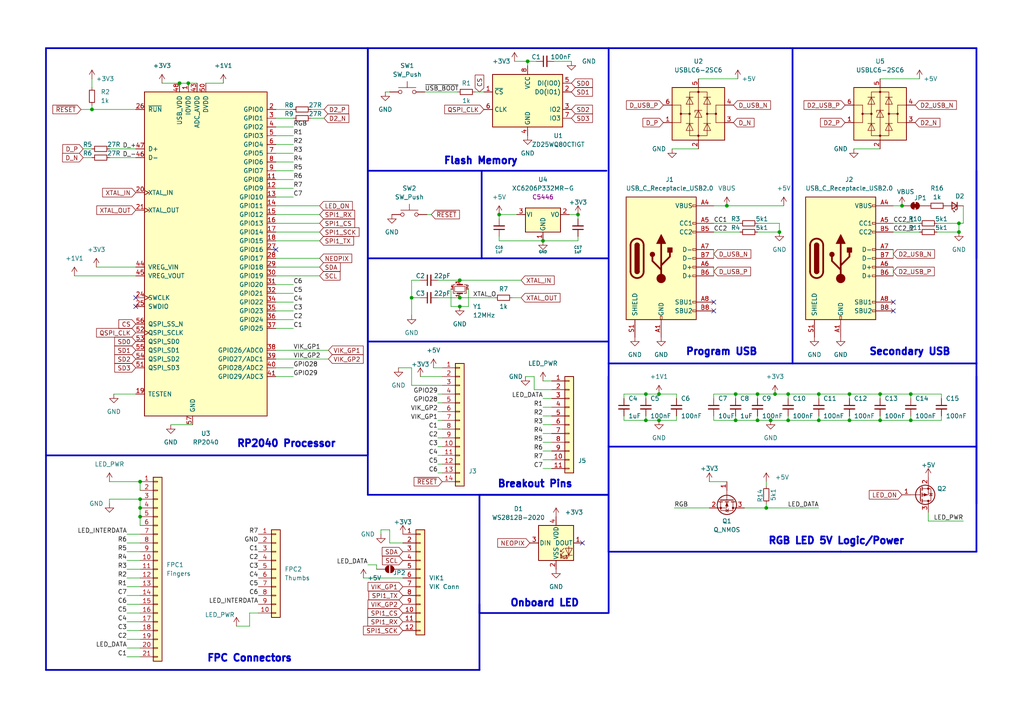
<source format=kicad_sch>
(kicad_sch (version 20250114) (generator "eeschema") (generator_version "9.0")
  (paper "A4")
  (title_block (title "Lemon PCB") (date "2025-07-25") (rev "0.4") (company "Cosmos Keyboards"))
  (rectangle (start 139.065 143.51) (end 176.53 177.8) (stroke (width 0.5)))
  (rectangle (start 13.335 13.97) (end 106.68 132.08) (stroke (width 0.5)))
  (text "FPC Connectors" (at 72.39 191.008 0) (effects (font (size 2.032 2.032) (thickness 0.508) (bold yes))))
  (text "Program USB" (at 209.296 102.108 0) (effects (font (size 2.032 2.032) (thickness 0.508) (bold yes))))
  (text "RP2040 Processor" (at 83.058 128.778 0) (effects (font (size 2.032 2.032) (thickness 0.508) (bold yes))))
  (text "Secondary USB" (at 263.906 102.108 0) (effects (font (size 2.032 2.032) (thickness 0.508) (bold yes))))
  (text "Breakout Pins" (at 155.194 140.462 0) (effects (font (size 2.032 2.032) (thickness 0.508) (bold yes))))
  (text "Onboard LED" (at 157.988 175.006 0) (effects (font (size 2.032 2.032) (thickness 0.508) (bold yes))))
  (text "Flash Memory" (at 139.446 46.736 0) (effects (font (size 2.032 2.032) (thickness 0.508) (bold yes))))
  (text "RGB LED 5V Logic/Power" (at 242.57 156.972 0) (effects (font (size 2.032 2.032) (thickness 0.508) (bold yes))))
  (junction (at 133.35 88.9))
  (junction (at 133.35 86.36))
  (junction (at 54.61 24.13))
  (junction (at 278.13 67.31))
  (junction (at 223.52 121.92))
  (junction (at 219.71 121.92))
  (junction (at 222.25 147.32))
  (junction (at 237.49 121.92))
  (junction (at 237.49 114.3))
  (junction (at 246.38 121.92))
  (junction (at 26.67 31.75))
  (junction (at 261.62 59.69))
  (junction (at 255.27 114.3))
  (junction (at 246.38 114.3))
  (junction (at 255.27 121.92))
  (junction (at 153.035 17.78))
  (junction (at 40.64 139.7))
  (junction (at 213.36 114.3))
  (junction (at 226.06 67.31))
  (junction (at 219.71 114.3))
  (junction (at 278.13 64.77))
  (junction (at 187.325 114.3))
  (junction (at 119.38 86.36))
  (junction (at 167.64 62.23) (diameter 0.9144))
  (junction (at 40.64 147.32))
  (junction (at 224.79 114.3))
  (junction (at 210.82 59.69))
  (junction (at 213.36 121.92))
  (junction (at 40.64 149.86))
  (junction (at 228.6 114.3))
  (junction (at 52.07 24.13))
  (junction (at 228.6 121.92))
  (junction (at 40.64 144.78))
  (junction (at 264.16 121.92))
  (junction (at 187.325 121.92))
  (junction (at 157.48 69.85) (diameter 0.9144))
  (junction (at 264.16 114.3))
  (junction (at 191.135 114.3))
  (junction (at 133.35 81.28))
  (junction (at 191.135 121.92))
  (junction (at 144.78 62.23) (diameter 0.9144))
  (no_connect (at 259.08 87.63))
  (no_connect (at 207.01 90.17))
  (no_connect (at 207.01 87.63))
  (no_connect (at 168.91 157.48))
  (no_connect (at 39.37 88.9))
  (no_connect (at 80.01 72.39))
  (no_connect (at 39.37 86.36))
  (no_connect (at 259.08 90.17))
  (wire (pts (xy 85.09 82.55) (xy 80.01 82.55)))
  (wire (pts (xy 157.48 118.11) (xy 160.02 118.11)))
  (wire (pts (xy 154.94 113.03) (xy 160.02 113.03)))
  (wire (pts (xy 110.49 153.67) (xy 113.03 153.67)))
  (wire (pts (xy 36.83 154.94) (xy 40.64 154.94)))
  (wire (pts (xy 228.6 114.3) (xy 237.49 114.3)))
  (wire (pts (xy 237.49 114.3) (xy 237.49 115.57)))
  (wire (pts (xy 24.13 45.72) (xy 26.67 45.72)))
  (polyline (pts (xy 176.53 13.97) (xy 229.235 13.97)) (stroke (width 0.5) (type solid)))
  (wire (pts (xy 80.01 80.01) (xy 92.71 80.01)))
  (wire (pts (xy 127 114.3) (xy 128.27 114.3)))
  (wire (pts (xy 127 86.36) (xy 133.35 86.36)))
  (wire (pts (xy 133.35 86.36) (xy 143.51 86.36)))
  (wire (pts (xy 148.59 86.36) (xy 151.13 86.36)))
  (wire (pts (xy 213.36 120.65) (xy 213.36 121.92)))
  (wire (pts (xy 68.58 181.61) (xy 72.39 181.61)))
  (polyline (pts (xy 106.68 143.51) (xy 106.68 99.06)) (stroke (width 0.5) (type solid)))
  (wire (pts (xy 259.08 67.31) (xy 266.7 67.31)))
  (wire (pts (xy 36.83 160.02) (xy 40.64 160.02)))
  (wire (pts (xy 127 124.46) (xy 128.27 124.46)))
  (wire (pts (xy 269.24 151.13) (xy 269.24 148.59)))
  (wire (pts (xy 255.27 22.86) (xy 266.7 22.86)))
  (wire (pts (xy 255.27 114.3) (xy 264.16 114.3)))
  (wire (pts (xy 264.16 114.3) (xy 264.16 115.57)))
  (wire (pts (xy 246.38 114.3) (xy 255.27 114.3)))
  (wire (pts (xy 237.49 114.3) (xy 246.38 114.3)))
  (wire (pts (xy 80.01 49.53) (xy 85.09 49.53)))
  (wire (pts (xy 119.38 86.36) (xy 119.38 91.44)))
  (wire (pts (xy 106.68 163.83) (xy 109.22 163.83)))
  (wire (pts (xy 157.48 133.35) (xy 160.02 133.35)))
  (wire (pts (xy 31.75 144.78) (xy 31.75 146.05)))
  (wire (pts (xy 205.74 139.7) (xy 210.82 139.7)))
  (wire (pts (xy 157.48 120.65) (xy 160.02 120.65)))
  (wire (pts (xy 85.09 106.68) (xy 80.01 106.68)))
  (wire (pts (xy 85.09 87.63) (xy 80.01 87.63)))
  (wire (pts (xy 127 132.08) (xy 128.27 132.08)))
  (polyline (pts (xy 243.84 160.02) (xy 176.53 160.02)) (stroke (width 0.5) (type solid)))
  (wire (pts (xy 36.83 165.1) (xy 40.64 165.1)))
  (wire (pts (xy 144.78 62.23) (xy 149.86 62.23)))
  (wire (pts (xy 247.65 43.18) (xy 255.27 43.18)))
  (wire (pts (xy 31.75 43.18) (xy 39.37 43.18)))
  (wire (pts (xy 157.48 125.73) (xy 160.02 125.73)))
  (wire (pts (xy 109.22 163.83) (xy 109.22 165.1)))
  (wire (pts (xy 127 119.38) (xy 128.27 119.38)))
  (wire (pts (xy 31.75 139.7) (xy 40.64 139.7)))
  (wire (pts (xy 113.03 153.67) (xy 113.03 157.48)))
  (wire (pts (xy 271.78 64.77) (xy 278.13 64.77)))
  (wire (pts (xy 36.83 162.56) (xy 40.64 162.56)))
  (wire (pts (xy 207.01 64.77) (xy 214.63 64.77)))
  (wire (pts (xy 36.83 167.64) (xy 40.64 167.64)))
  (wire (pts (xy 144.78 68.58) (xy 144.78 69.85)))
  (wire (pts (xy 115.57 106.68) (xy 119.38 106.68)))
  (polyline (pts (xy 283.21 146.05) (xy 283.21 105.41)) (stroke (width 0.5) (type solid)))
  (polyline (pts (xy 176.53 105.41) (xy 283.21 105.41)) (stroke (width 0.5) (type solid)))
  (wire (pts (xy 271.78 67.31) (xy 278.13 67.31)))
  (polyline (pts (xy 243.84 160.02) (xy 243.84 160.02)) (stroke (width 0.5) (type solid)))
  (wire (pts (xy 130.81 83.82) (xy 130.81 88.9)))
  (wire (pts (xy 130.81 88.9) (xy 133.35 88.9)))
  (wire (pts (xy 222.25 147.32) (xy 237.49 147.32)))
  (wire (pts (xy 36.83 170.18) (xy 40.64 170.18)))
  (wire (pts (xy 36.83 180.34) (xy 40.64 180.34)))
  (wire (pts (xy 59.69 24.13) (xy 64.77 24.13)))
  (wire (pts (xy 36.83 190.5) (xy 40.64 190.5)))
  (wire (pts (xy 85.09 109.22) (xy 80.01 109.22)))
  (wire (pts (xy 187.325 120.65) (xy 187.325 121.92)))
  (wire (pts (xy 24.13 43.18) (xy 26.67 43.18)))
  (polyline (pts (xy 283.21 49.53) (xy 283.21 105.41)) (stroke (width 0.5) (type solid)))
  (wire (pts (xy 269.24 151.13) (xy 279.4 151.13)))
  (wire (pts (xy 52.07 24.13) (xy 54.61 24.13)))
  (wire (pts (xy 46.99 24.13) (xy 52.07 24.13)))
  (wire (pts (xy 54.61 24.13) (xy 57.15 24.13)))
  (wire (pts (xy 207.01 114.3) (xy 213.36 114.3)))
  (wire (pts (xy 135.89 88.9) (xy 133.35 88.9)))
  (wire (pts (xy 135.89 83.82) (xy 135.89 88.9)))
  (wire (pts (xy 127 134.62) (xy 128.27 134.62)))
  (wire (pts (xy 278.13 64.77) (xy 278.13 67.31)))
  (wire (pts (xy 80.01 64.77) (xy 92.71 64.77)))
  (polyline (pts (xy 139.065 175.26) (xy 139.065 194.31)) (stroke (width 0.5)))
  (polyline (pts (xy 283.21 160.02) (xy 283.21 109.22)) (stroke (width 0.5) (type solid)))
  (wire (pts (xy 119.38 86.36) (xy 121.92 86.36)))
  (wire (pts (xy 121.92 81.28) (xy 119.38 81.28)))
  (wire (pts (xy 119.38 81.28) (xy 119.38 86.36)))
  (wire (pts (xy 219.71 64.77) (xy 226.06 64.77)))
  (wire (pts (xy 226.06 64.77) (xy 226.06 67.31)))
  (wire (pts (xy 90.17 34.29) (xy 93.98 34.29)))
  (wire (pts (xy 90.17 31.75) (xy 93.98 31.75)))
  (wire (pts (xy 80.01 36.83) (xy 85.09 36.83)))
  (wire (pts (xy 213.36 114.3) (xy 213.36 115.57)))
  (wire (pts (xy 127 116.84) (xy 128.27 116.84)))
  (wire (pts (xy 49.53 123.19) (xy 55.88 123.19)))
  (polyline (pts (xy 106.68 143.51) (xy 176.53 143.51)) (stroke (width 0.5) (type solid)))
  (wire (pts (xy 27.94 77.47) (xy 39.37 77.47)))
  (wire (pts (xy 80.01 41.91) (xy 85.09 41.91)))
  (wire (pts (xy 157.48 69.85) (xy 144.78 69.85)))
  (wire (pts (xy 36.83 177.8) (xy 40.64 177.8)))
  (wire (pts (xy 222.25 146.05) (xy 222.25 147.32)))
  (wire (pts (xy 33.02 114.3) (xy 39.37 114.3)))
  (wire (pts (xy 259.08 77.47) (xy 259.08 80.01)))
  (wire (pts (xy 279.4 59.69) (xy 279.4 64.77)))
  (wire (pts (xy 228.6 121.92) (xy 237.49 121.92)))
  (wire (pts (xy 237.49 121.92) (xy 237.49 120.65)))
  (wire (pts (xy 149.225 17.78) (xy 153.035 17.78)))
  (wire (pts (xy 259.08 64.77) (xy 266.7 64.77)))
  (wire (pts (xy 160.655 17.78) (xy 165.735 17.78)))
  (polyline (pts (xy 176.53 143.51) (xy 176.53 99.06)) (stroke (width 0.5) (type solid)))
  (wire (pts (xy 80.01 104.14) (xy 95.25 104.14)))
  (wire (pts (xy 119.38 111.76) (xy 128.27 111.76)))
  (wire (pts (xy 246.38 114.3) (xy 246.38 115.57)))
  (wire (pts (xy 85.09 90.17) (xy 80.01 90.17)))
  (wire (pts (xy 80.01 77.47) (xy 92.71 77.47)))
  (wire (pts (xy 152.4 109.22) (xy 154.94 109.22)))
  (wire (pts (xy 111.76 26.67) (xy 113.03 26.67)))
  (wire (pts (xy 125.73 106.68) (xy 128.27 106.68)))
  (wire (pts (xy 246.38 120.65) (xy 246.38 121.92)))
  (polyline (pts (xy 176.53 129.54) (xy 283.21 129.54)) (stroke (width 0.5) (type solid)))
  (polyline (pts (xy 139.7 74.93) (xy 139.7 49.53)) (stroke (width 0.5) (type solid)))
  (wire (pts (xy 219.71 120.65) (xy 219.71 121.92)))
  (wire (pts (xy 105.41 167.64) (xy 116.84 167.64)))
  (polyline (pts (xy 176.53 99.06) (xy 176.53 74.93)) (stroke (width 0.5) (type solid)))
  (wire (pts (xy 80.01 62.23) (xy 92.71 62.23)))
  (wire (pts (xy 191.135 121.92) (xy 196.215 121.92)))
  (wire (pts (xy 196.215 121.92) (xy 196.215 120.65)))
  (wire (pts (xy 264.16 114.3) (xy 273.05 114.3)))
  (wire (pts (xy 273.05 114.3) (xy 273.05 115.57)))
  (wire (pts (xy 259.08 72.39) (xy 259.08 74.93)))
  (wire (pts (xy 123.825 62.23) (xy 125.095 62.23)))
  (polyline (pts (xy 106.68 74.93) (xy 106.68 13.97)) (stroke (width 0.5) (type solid)))
  (wire (pts (xy 127 121.92) (xy 128.27 121.92)))
  (wire (pts (xy 80.01 31.75) (xy 85.09 31.75)))
  (wire (pts (xy 80.01 101.6) (xy 95.25 101.6)))
  (wire (pts (xy 80.01 39.37) (xy 85.09 39.37)))
  (wire (pts (xy 72.39 177.8) (xy 74.93 177.8)))
  (wire (pts (xy 40.64 144.78) (xy 40.64 147.32)))
  (polyline (pts (xy 106.68 99.06) (xy 176.53 99.06)) (stroke (width 0.5) (type solid)))
  (wire (pts (xy 167.64 62.23) (xy 167.64 63.5)))
  (wire (pts (xy 219.71 114.3) (xy 213.36 114.3)))
  (wire (pts (xy 219.71 114.3) (xy 219.71 115.57)))
  (wire (pts (xy 213.36 121.92) (xy 219.71 121.92)))
  (wire (pts (xy 121.92 109.22) (xy 128.27 109.22)))
  (polyline (pts (xy 106.68 99.06) (xy 106.68 74.93)) (stroke (width 0.5) (type solid)))
  (wire (pts (xy 195.58 147.32) (xy 205.74 147.32)))
  (polyline (pts (xy 13.335 132.08) (xy 13.335 194.31)) (stroke (width 0.5)))
  (wire (pts (xy 228.6 121.92) (xy 228.6 120.65)))
  (polyline (pts (xy 176.53 160.02) (xy 176.53 109.22)) (stroke (width 0.5) (type solid)))
  (wire (pts (xy 255.27 114.3) (xy 255.27 115.57)))
  (wire (pts (xy 259.08 59.69) (xy 261.62 59.69)))
  (wire (pts (xy 127 129.54) (xy 128.27 129.54)))
  (wire (pts (xy 228.6 114.3) (xy 228.6 115.57)))
  (polyline (pts (xy 243.84 160.02) (xy 283.21 160.02)) (stroke (width 0.5) (type solid)))
  (polyline (pts (xy 106.68 49.53) (xy 175.895 49.53)) (stroke (width 0.5) (type solid)))
  (wire (pts (xy 36.83 172.72) (xy 40.64 172.72)))
  (wire (pts (xy 153.035 17.78) (xy 153.035 19.05)))
  (wire (pts (xy 255.27 121.92) (xy 264.16 121.92)))
  (wire (pts (xy 246.38 121.92) (xy 255.27 121.92)))
  (wire (pts (xy 264.16 121.92) (xy 264.16 120.65)))
  (wire (pts (xy 237.49 121.92) (xy 246.38 121.92)))
  (wire (pts (xy 80.01 46.99) (xy 85.09 46.99)))
  (wire (pts (xy 207.01 72.39) (xy 207.01 74.93)))
  (wire (pts (xy 26.67 30.48) (xy 26.67 31.75)))
  (wire (pts (xy 191.135 114.3) (xy 196.215 114.3)))
  (wire (pts (xy 196.215 114.3) (xy 196.215 115.57)))
  (wire (pts (xy 222.25 139.7) (xy 222.25 140.97)))
  (wire (pts (xy 36.83 157.48) (xy 40.64 157.48)))
  (wire (pts (xy 255.27 120.65) (xy 255.27 121.92)))
  (wire (pts (xy 180.975 121.92) (xy 187.325 121.92)))
  (wire (pts (xy 180.975 120.65) (xy 180.975 121.92)))
  (wire (pts (xy 36.83 175.26) (xy 40.64 175.26)))
  (wire (pts (xy 119.38 106.68) (xy 119.38 111.76)))
  (wire (pts (xy 187.325 114.3) (xy 187.325 115.57)))
  (wire (pts (xy 39.37 80.01) (xy 21.59 80.01)))
  (wire (pts (xy 207.01 120.65) (xy 207.01 121.92)))
  (wire (pts (xy 207.01 121.92) (xy 213.36 121.92)))
  (wire (pts (xy 80.01 74.93) (xy 92.71 74.93)))
  (wire (pts (xy 167.64 68.58) (xy 167.64 69.85)))
  (wire (pts (xy 157.48 69.85) (xy 167.64 69.85)))
  (wire (pts (xy 80.01 67.31) (xy 92.71 67.31)))
  (wire (pts (xy 194.945 43.18) (xy 202.565 43.18)))
  (wire (pts (xy 207.01 77.47) (xy 207.01 80.01)))
  (polyline (pts (xy 106.68 130.81) (xy 106.68 129.54)))
  (wire (pts (xy 219.71 121.92) (xy 223.52 121.92)))
  (polyline (pts (xy 106.68 74.93) (xy 176.53 74.93)) (stroke (width 0.5) (type solid)))
  (wire (pts (xy 80.01 44.45) (xy 85.09 44.45)))
  (wire (pts (xy 215.9 147.32) (xy 222.25 147.32)))
  (wire (pts (xy 72.39 181.61) (xy 72.39 177.8)))
  (wire (pts (xy 273.05 121.92) (xy 273.05 120.65)))
  (wire (pts (xy 264.16 121.92) (xy 273.05 121.92)))
  (wire (pts (xy 207.01 59.69) (xy 210.82 59.69)))
  (wire (pts (xy 210.82 59.69) (xy 227.33 59.69)))
  (wire (pts (xy 80.01 69.85) (xy 92.71 69.85)))
  (polyline (pts (xy 229.87 13.97) (xy 229.87 105.41)) (stroke (width 0.5) (type solid)))
  (polyline (pts (xy 229.235 13.97) (xy 283.21 13.97)) (stroke (width 0.5) (type solid)))
  (polyline (pts (xy 283.21 74.93) (xy 283.21 13.97)) (stroke (width 0.5) (type solid)))
  (wire (pts (xy 113.03 157.48) (xy 116.84 157.48)))
  (wire (pts (xy 23.495 31.75) (xy 26.67 31.75)))
  (wire (pts (xy 26.67 31.75) (xy 39.37 31.75)))
  (wire (pts (xy 123.19 26.67) (xy 132.715 26.67)))
  (wire (pts (xy 137.795 26.67) (xy 140.335 26.67)))
  (wire (pts (xy 207.01 67.31) (xy 214.63 67.31)))
  (wire (pts (xy 157.48 128.27) (xy 160.02 128.27)))
  (wire (pts (xy 40.64 149.86) (xy 40.64 152.4)))
  (polyline (pts (xy 176.53 74.93) (xy 176.53 13.97)) (stroke (width 0.5) (type solid)))
  (wire (pts (xy 157.48 130.81) (xy 160.02 130.81)))
  (wire (pts (xy 153.035 17.78) (xy 155.575 17.78)))
  (wire (pts (xy 157.48 115.57) (xy 160.02 115.57)))
  (wire (pts (xy 127 127) (xy 128.27 127)))
  (wire (pts (xy 36.83 187.96) (xy 40.64 187.96)))
  (polyline (pts (xy 106.68 13.97) (xy 176.53 13.97)) (stroke (width 0.5) (type solid)))
  (wire (pts (xy 219.71 67.31) (xy 226.06 67.31)))
  (wire (pts (xy 40.64 139.7) (xy 40.64 142.24)))
  (wire (pts (xy 85.09 85.09) (xy 80.01 85.09)))
  (wire (pts (xy 144.78 62.23) (xy 144.78 63.5)))
  (wire (pts (xy 165.1 62.23) (xy 167.64 62.23)))
  (wire (pts (xy 157.48 123.19) (xy 160.02 123.19)))
  (wire (pts (xy 110.49 153.67) (xy 110.49 154.94)))
  (wire (pts (xy 31.75 144.78) (xy 40.64 144.78)))
  (wire (pts (xy 127 81.28) (xy 133.35 81.28)))
  (wire (pts (xy 80.01 57.15) (xy 85.09 57.15)))
  (polyline (pts (xy 139.065 194.31) (xy 13.335 194.31)) (stroke (width 0.5)))
  (wire (pts (xy 187.325 121.92) (xy 191.135 121.92)))
  (wire (pts (xy 187.325 114.3) (xy 180.975 114.3)))
  (wire (pts (xy 191.135 114.3) (xy 187.325 114.3)))
  (wire (pts (xy 180.975 114.3) (xy 180.975 115.57)))
  (wire (pts (xy 36.83 182.88) (xy 40.64 182.88)))
  (wire (pts (xy 80.01 34.29) (xy 85.09 34.29)))
  (wire (pts (xy 36.83 185.42) (xy 40.64 185.42)))
  (wire (pts (xy 85.09 95.25) (xy 80.01 95.25)))
  (wire (pts (xy 157.48 135.89) (xy 160.02 135.89)))
  (wire (pts (xy 207.01 115.57) (xy 207.01 114.3)))
  (wire (pts (xy 80.01 59.69) (xy 92.71 59.69)))
  (wire (pts (xy 219.71 114.3) (xy 224.79 114.3)))
  (wire (pts (xy 224.79 114.3) (xy 228.6 114.3)))
  (wire (pts (xy 80.01 54.61) (xy 85.09 54.61)))
  (wire (pts (xy 85.09 92.71) (xy 80.01 92.71)))
  (wire (pts (xy 223.52 121.92) (xy 228.6 121.92)))
  (wire (pts (xy 31.75 45.72) (xy 39.37 45.72)))
  (wire (pts (xy 154.94 109.22) (xy 154.94 113.03)))
  (wire (pts (xy 157.48 110.49) (xy 160.02 110.49)))
  (wire (pts (xy 133.35 81.28) (xy 151.13 81.28)))
  (wire (pts (xy 40.64 147.32) (xy 40.64 149.86)))
  (wire (pts (xy 279.4 64.77) (xy 278.13 64.77)))
  (wire (pts (xy 202.565 22.86) (xy 213.995 22.86)))
  (wire (pts (xy 80.01 52.07) (xy 85.09 52.07)))
  (wire (pts (xy 26.67 22.86) (xy 26.67 25.4)))
  (wire (pts (xy 127 137.16) (xy 128.27 137.16)))
  (label "GPIO28" (at 85.09 106.68 0))
  (label "C5" (at 127 134.62 180))
  (label "R6" (at 85.09 52.07 0))
  (label "R1" (at 157.48 118.11 180))
  (label "CC1" (at 207.01 64.77 0))
  (label "VIK_GP1" (at 127 121.92 180))
  (label "C1" (at 74.93 160.02 180))
  (label "R5" (at 85.09 49.53 0))
  (label "C6" (at 85.09 82.55 0))
  (label "R4" (at 36.83 162.56 180))
  (label "LED_DATA" (at 106.68 163.83 180))
  (label "C2" (at 127 127 180))
  (label "GPIO28" (at 127 116.84 180))
  (label "C3" (at 74.93 165.1 180))
  (label "C1" (at 85.09 95.25 0))
  (label "C3" (at 127 129.54 180))
  (label "C4" (at 127 132.08 180))
  (label "R4" (at 85.09 46.99 0))
  (label "C5" (at 74.93 170.18 180))
  (label "RGB" (at 85.09 36.83 0))
  (label "C7" (at 36.83 172.72 180))
  (label "R3" (at 85.09 44.45 0))
  (label "CC2_2" (at 259.08 67.31 0))
  (label "LED_PWR" (at 279.4 151.13 180))
  (label "LED_INTERDATA" (at 74.93 175.26 180))
  (label "C4" (at 36.83 180.34 180))
  (label "C4" (at 74.93 167.64 180))
  (label "LED_DATA" (at 157.48 115.57 180))
  (label "R5" (at 157.48 128.27 180))
  (label "C7" (at 157.48 135.89 180))
  (label "C6" (at 74.93 172.72 180))
  (label "LED_DATA" (at 237.49 147.32 180))
  (label "R1" (at 36.83 170.18 180))
  (label "C2" (at 74.93 162.56 180))
  (label "VIK_GP2" (at 127 119.38 180))
  (label "C6" (at 36.83 175.26 180))
  (label "XTAL_O" (at 137.16 86.36 0))
  (label "R2" (at 36.83 167.64 180))
  (label "R7" (at 85.09 54.61 0))
  (label "C1" (at 127 124.46 180))
  (label "CC2_1" (at 259.08 64.77 0))
  (label "GPIO29" (at 85.09 109.22 0))
  (label "R6" (at 157.48 130.81 180))
  (label "D_-" (at 35.56 45.72 0))
  (label "C5" (at 85.09 85.09 0))
  (label "R6" (at 36.83 157.48 180))
  (label "C6" (at 127 137.16 180))
  (label "R4" (at 157.48 125.73 180))
  (label "VIK_GP2" (at 85.09 104.14 0))
  (label "C4" (at 85.09 87.63 0))
  (label "R2" (at 157.48 120.65 180))
  (label "VIK_GP1" (at 85.09 101.6 0))
  (label "C7" (at 85.09 57.15 0))
  (label "CC2" (at 207.01 67.31 0))
  (label "D_+" (at 35.56 43.18 0))
  (label "RGB" (at 195.58 147.32 0))
  (label "R3" (at 36.83 165.1 180))
  (label "C3" (at 36.83 182.88 180))
  (label "GPIO29" (at 127 114.3 180))
  (label "R5" (at 36.83 160.02 180))
  (label "~{USB_BOOT}" (at 123.19 26.67 0))
  (label "C3" (at 85.09 90.17 0))
  (label "R2" (at 85.09 41.91 0))
  (label "LED_INTERDATA" (at 36.83 154.94 180))
  (label "C2" (at 85.09 92.71 0))
  (label "C1" (at 36.83 190.5 180))
  (label "GND" (at 74.93 157.48 180))
  (label "R7" (at 157.48 133.35 180))
  (label "LED_DATA" (at 36.83 187.96 180))
  (label "R7" (at 74.93 154.94 180))
  (label "R3" (at 157.48 123.19 180))
  (label "C2" (at 36.83 185.42 180))
  (label "C5" (at 36.83 177.8 180))
  (label "R1" (at 85.09 39.37 0))
  (global_label "SCL" (shape input) (at 116.84 162.56 180) (property "Intersheetrefs" "${INTERSHEET_REFS}" (effects (hide yes))))
  (global_label "SPI1_TX" (shape input) (at 116.84 172.72 180) (property "Intersheetrefs" "${INTERSHEET_REFS}" (effects (hide yes))))
  (global_label "SPI1_RX" (shape input) (at 116.84 180.34 180) (property "Intersheetrefs" "${INTERSHEET_REFS}" (effects (hide yes))))
  (global_label "SPI1_RX" (shape input) (at 92.71 62.23 0) (property "Intersheetrefs" "${INTERSHEET_REFS}" (effects (hide yes))))
  (global_label "D2_P" (shape input) (at 245.11 35.56 180) (property "Intersheetrefs" "${INTERSHEET_REFS}" (effects (hide yes))))
  (global_label "QSPI_CLK" (shape input) (at 140.335 31.75 180) (property "Intersheetrefs" "${INTERSHEET_REFS}" (effects (hide yes))))
  (global_label "SD0" (shape input) (at 39.37 99.06 180) (property "Intersheetrefs" "${INTERSHEET_REFS}" (effects (hide yes))))
  (global_label "XTAL_IN" (shape input) (at 39.37 55.88 180) (property "Intersheetrefs" "${INTERSHEET_REFS}" (effects (hide yes))))
  (global_label "D_P" (shape input) (at 24.13 43.18 180) (property "Intersheetrefs" "${INTERSHEET_REFS}" (effects (hide yes))))
  (global_label "VIK_GP2" (shape input) (at 95.25 104.14 0) (property "Intersheetrefs" "${INTERSHEET_REFS}" (effects (hide yes))))
  (global_label "LED_ON" (shape input) (at 261.62 143.51 180) (property "Intersheetrefs" "${INTERSHEET_REFS}" (effects (hide yes))))
  (global_label "SPI1_CS" (shape input) (at 92.71 64.77 0) (property "Intersheetrefs" "${INTERSHEET_REFS}" (effects (hide yes))))
  (global_label "VIK_GP1" (shape input) (at 116.84 170.18 180) (property "Intersheetrefs" "${INTERSHEET_REFS}" (effects (hide yes))))
  (global_label "NEOPIX" (shape input) (at 92.71 74.93 0) (property "Intersheetrefs" "${INTERSHEET_REFS}" (effects (hide yes))))
  (global_label "D2_USB_N" (shape input) (at 265.43 30.48 0) (property "Intersheetrefs" "${INTERSHEET_REFS}" (effects (hide yes))))
  (global_label "VIK_GP2" (shape input) (at 116.84 175.26 180) (property "Intersheetrefs" "${INTERSHEET_REFS}" (effects (hide yes))))
  (global_label "D_N" (shape input) (at 24.13 45.72 180) (property "Intersheetrefs" "${INTERSHEET_REFS}" (effects (hide yes))))
  (global_label "SCL" (shape input) (at 92.71 80.01 0) (property "Intersheetrefs" "${INTERSHEET_REFS}" (effects (hide yes))))
  (global_label "D_USB_N" (shape input) (at 212.725 30.48 0) (property "Intersheetrefs" "${INTERSHEET_REFS}" (effects (hide yes))))
  (global_label "XTAL_IN" (shape input) (at 151.13 81.28 0) (property "Intersheetrefs" "${INTERSHEET_REFS}" (effects (hide yes))))
  (global_label "XTAL_OUT" (shape input) (at 39.37 60.96 180) (property "Intersheetrefs" "${INTERSHEET_REFS}" (effects (hide yes))))
  (global_label "D2_P" (shape input) (at 93.98 31.75 0) (property "Intersheetrefs" "${INTERSHEET_REFS}" (effects (hide yes))))
  (global_label "D_USB_P" (shape input) (at 207.01 78.74 0) (property "Intersheetrefs" "${INTERSHEET_REFS}" (effects (hide yes))))
  (global_label "SD1" (shape input) (at 39.37 101.6 180) (property "Intersheetrefs" "${INTERSHEET_REFS}" (effects (hide yes))))
  (global_label "XTAL_OUT" (shape input) (at 151.13 86.36 0) (property "Intersheetrefs" "${INTERSHEET_REFS}" (effects (hide yes))))
  (global_label "SPI1_SCK" (shape input) (at 116.84 182.88 180) (property "Intersheetrefs" "${INTERSHEET_REFS}" (effects (hide yes))))
  (global_label "CS" (shape input) (at 139.065 26.67 90) (property "Intersheetrefs" "${INTERSHEET_REFS}" (effects (hide yes))))
  (global_label "LED_ON" (shape input) (at 92.71 59.69 0) (property "Intersheetrefs" "${INTERSHEET_REFS}" (effects (hide yes))))
  (global_label "D_N" (shape input) (at 212.725 35.56 0) (property "Intersheetrefs" "${INTERSHEET_REFS}" (effects (hide yes))))
  (global_label "D_P" (shape input) (at 192.405 35.56 180) (property "Intersheetrefs" "${INTERSHEET_REFS}" (effects (hide yes))))
  (global_label "CS" (shape input) (at 39.37 93.98 180) (property "Intersheetrefs" "${INTERSHEET_REFS}" (effects (hide yes))))
  (global_label "VIK_GP1" (shape input) (at 95.25 101.6 0) (property "Intersheetrefs" "${INTERSHEET_REFS}" (effects (hide yes))))
  (global_label "NEOPIX" (shape input) (at 153.67 157.48 180) (property "Intersheetrefs" "${INTERSHEET_REFS}" (effects (hide yes))))
  (global_label "D2_USB_P" (shape input) (at 245.11 30.48 180) (property "Intersheetrefs" "${INTERSHEET_REFS}" (effects (hide yes))))
  (global_label "D2_USB_N" (shape input) (at 259.08 73.66 0) (property "Intersheetrefs" "${INTERSHEET_REFS}" (effects (hide yes))))
  (global_label "SPI1_CS" (shape input) (at 116.84 177.8 180) (property "Intersheetrefs" "${INTERSHEET_REFS}" (effects (hide yes))))
  (global_label "SD1" (shape input) (at 165.735 26.67 0) (property "Intersheetrefs" "${INTERSHEET_REFS}" (effects (hide yes))))
  (global_label "D2_N" (shape input) (at 93.98 34.29 0) (property "Intersheetrefs" "${INTERSHEET_REFS}" (effects (hide yes))))
  (global_label "SD3" (shape input) (at 39.37 106.68 180) (property "Intersheetrefs" "${INTERSHEET_REFS}" (effects (hide yes))))
  (global_label "~{RESET}" (shape input) (at 128.27 139.7 180) (property "Intersheetrefs" "${INTERSHEET_REFS}" (effects (hide yes))))
  (global_label "SPI1_TX" (shape input) (at 92.71 69.85 0) (property "Intersheetrefs" "${INTERSHEET_REFS}" (effects (hide yes))))
  (global_label "~{RESET}" (shape input) (at 125.095 62.23 0) (property "Intersheetrefs" "${INTERSHEET_REFS}" (effects (hide yes))))
  (global_label "D_USB_P" (shape input) (at 192.405 30.48 180) (property "Intersheetrefs" "${INTERSHEET_REFS}" (effects (hide yes))))
  (global_label "D_USB_N" (shape input) (at 207.01 73.66 0) (property "Intersheetrefs" "${INTERSHEET_REFS}" (effects (hide yes))))
  (global_label "SPI1_SCK" (shape input) (at 92.71 67.31 0) (property "Intersheetrefs" "${INTERSHEET_REFS}" (effects (hide yes))))
  (global_label "QSPI_CLK" (shape input) (at 39.37 96.52 180) (property "Intersheetrefs" "${INTERSHEET_REFS}" (effects (hide yes))))
  (global_label "SD2" (shape input) (at 39.37 104.14 180) (property "Intersheetrefs" "${INTERSHEET_REFS}" (effects (hide yes))))
  (global_label "SD2" (shape input) (at 165.735 31.75 0) (property "Intersheetrefs" "${INTERSHEET_REFS}" (effects (hide yes))))
  (global_label "SDA" (shape input) (at 92.71 77.47 0) (property "Intersheetrefs" "${INTERSHEET_REFS}" (effects (hide yes))))
  (global_label "SDA" (shape input) (at 116.84 160.02 180) (property "Intersheetrefs" "${INTERSHEET_REFS}" (effects (hide yes))))
  (global_label "D2_N" (shape input) (at 265.43 35.56 0) (property "Intersheetrefs" "${INTERSHEET_REFS}" (effects (hide yes))))
  (global_label "SD3" (shape input) (at 165.735 34.29 0) (property "Intersheetrefs" "${INTERSHEET_REFS}" (effects (hide yes))))
  (global_label "SD0" (shape input) (at 165.735 24.13 0) (property "Intersheetrefs" "${INTERSHEET_REFS}" (effects (hide yes))))
  (global_label "~{RESET}" (shape input) (at 23.495 31.75 180) (property "Intersheetrefs" "${INTERSHEET_REFS}" (effects (hide yes))))
  (global_label "D2_USB_P" (shape input) (at 259.08 78.74 0) (property "Intersheetrefs" "${INTERSHEET_REFS}" (effects (hide yes))))
  (symbol (lib_id "Device:R_Small") (at 217.17 67.31 90) (unit 1)
    (property "Reference" "R4" (at 213.36 66.04 90))
    (property "Value" "5k1" (at 220.98 66.04 90))
    (property "Footprint" "Resistor_SMD:R_0402_1005Metric" (effects (hide yes)))
    (property "LCSC" "C25905" (effects (hide yes)))
  )
  (symbol (lib_id "power:VBUS") (at 210.82 59.69 0) (unit 1)
    (property "Reference" "#PWR08" (effects (hide yes)))
    (property "Value" "VBUS" (at 210.82 54.61 0))
  )
  (symbol (lib_id "Device:Q_NMOS_GSD") (at 210.82 144.78 270) (unit 1)
    (property "Reference" "Q1" (at 210.82 151.13 90))
    (property "Value" "Q_NMOS" (at 210.82 153.67 90))
    (property "Footprint" "Package_TO_SOT_SMD:SOT-23" (effects (hide yes)))
    (property "Description" "N-MOSFET transistor, gate/source/drain" (effects (hide yes)))
    (property "LCSC" "C8545" (effects (hide yes)))
  )
  (symbol (lib_id "Device:C_Small") (at 246.38 118.11 0) (unit 1)
    (property "Reference" "C12" (at 247.65 115.5699 0) (effects (justify left)))
    (property "Value" "100nF" (at 247.65 120.6499 0) (effects (justify left)))
    (property "Footprint" "Capacitor_SMD:C_0402_1005Metric" (effects (hide yes)))
    (property "LCSC" "C1525" (effects (hide yes)))
  )
  (symbol (lib_id "power:GND") (at 184.15 97.79 0) (unit 1)
    (property "Reference" "#PWR014" (effects (hide yes)))
    (property "Value" "GND" (at 184.15 102.87 0))
  )
  (symbol (lib_id "power:+5V") (at 31.75 139.7 0) (unit 1)
    (property "Reference" "#PWR044" (effects (hide yes)))
    (property "Value" "LED_PWR" (at 31.75 134.62 0))
  )
  (symbol (lib_id "power:+3V3") (at 149.225 17.78 0) (unit 1)
    (property "Reference" "#PWR01" (effects (hide yes)))
    (property "Value" "+3V3" (at 145.415 17.78 0))
  )
  (symbol (lib_id "power:+5V") (at 157.48 110.49 0) (unit 1)
    (property "Reference" "#PWR042" (effects (hide yes)))
    (property "Value" "LED_PWR" (at 157.48 105.41 0))
  )
  (symbol (lib_id "Device:R_Small") (at 222.25 143.51 180) (unit 1)
    (property "Reference" "R14" (at 220.472 143.764 90))
    (property "Value" "5k1" (at 224.282 143.51 90))
    (property "Footprint" "Resistor_SMD:R_0402_1005Metric" (effects (hide yes)))
    (property "LCSC" "C25905" (effects (hide yes)))
  )
  (symbol (lib_id "Sleep-lib:RP2040") (at 59.69 74.93 0) (unit 1)
    (property "Reference" "U3" (at 59.69 125.73 0))
    (property "Value" "RP2040" (at 59.69 128.27 0))
    (property "Footprint" "Sleep-Lib:RP2040-QFN-56" (effects (hide yes)))
    (property "Datasheet" "https://datasheets.raspberrypi.com/rp2040/rp2040-datasheet.pdf" (effects (hide yes)))
    (property "LCSC" "C2040" (effects (hide yes)))
  )
  (symbol (lib_id "power:GND") (at 161.29 165.1 0) (unit 1)
    (property "Reference" "#PWR040" (effects (hide yes)))
    (property "Value" "GND" (at 161.29 170.18 0))
  )
  (symbol (lib_id "power:+5V") (at 125.73 106.68 0) (unit 1)
    (property "Reference" "#PWR029" (effects (hide yes)))
    (property "Value" "+5V" (at 125.73 101.6 0))
  )
  (symbol (lib_id "Connector_Generic:Conn_01x12") (at 121.92 167.64 0) (unit 1)
    (property "Reference" "VIK1" (at 124.46 167.6399 0) (effects (justify left)))
    (property "Value" "VIK Conn" (at 124.46 170.1799 0) (effects (justify left)))
    (property "Description" "Generic connector, single row, 01x12, script generated (kicad-library-utils/schlib/autogen/connector/)" (effects (hide yes)))
    (property "LCSC" "C479750" (effects (hide yes)))
  )
  (symbol (lib_id "power:+5V") (at 227.33 59.69 0) (unit 1)
    (property "Reference" "#PWR09" (effects (hide yes)))
    (property "Value" "+5V" (at 227.33 54.61 0))
  )
  (symbol (lib_id "power:GND") (at 223.52 121.92 0) (unit 1)
    (property "Reference" "#PWR026" (effects (hide yes)))
    (property "Value" "GND" (at 223.52 127 0))
  )
  (symbol (lib_id "power:GND") (at 278.13 67.31 0) (unit 1)
    (property "Reference" "#PWR035" (effects (hide yes)))
    (property "Value" "GND" (at 278.13 72.39 0))
  )
  (symbol (lib_id "Device:C_Small") (at 207.01 118.11 0) (unit 1)
    (property "Reference" "C7" (at 208.28 115.5699 0) (effects (justify left)))
    (property "Value" "10uF" (at 208.28 120.6499 0) (effects (justify left)))
    (property "Footprint" "Capacitor_SMD:C_0402_1005Metric" (effects (hide yes)))
    (property "LCSC" "C15525" (effects (hide yes)))
  )
  (symbol (lib_id "power:GND") (at 115.57 106.68 0) (unit 1)
    (property "Reference" "#PWR028" (effects (hide yes)))
    (property "Value" "GND" (at 115.57 111.76 0))
  )
  (symbol (lib_id "Device:R_Small") (at 269.24 67.31 90) (unit 1)
    (property "Reference" "R11" (at 265.43 66.04 90))
    (property "Value" "5k1" (at 273.05 66.04 90))
    (property "Footprint" "Resistor_SMD:R_0402_1005Metric" (effects (hide yes)))
    (property "LCSC" "C25905" (effects (hide yes)))
  )
  (symbol (lib_id "power:GND") (at 110.49 154.94 0) (unit 1)
    (property "Reference" "#PWR045" (effects (hide yes)))
    (property "Value" "GND" (at 106.68 154.94 0))
  )
  (symbol (lib_id "power:GND") (at 133.35 88.9 0) (unit 1)
    (property "Reference" "#PWR013" (effects (hide yes)))
    (property "Value" "GND" (at 133.35 93.98 0))
  )
  (symbol (lib_id "power:VBUS") (at 261.62 59.69 0) (unit 1)
    (property "Reference" "#PWR034" (effects (hide yes)))
    (property "Value" "VBUS" (at 260.096 55.626 0) (effects (justify left)))
  )
  (symbol (lib_id "Power_Protection:USBLC6-2SC6") (at 255.27 33.02 0) (unit 1)
    (property "Reference" "U5" (at 255.27 17.78 0))
    (property "Value" "USBLC6-2SC6" (at 255.27 20.32 0))
    (property "Footprint" "Package_TO_SOT_SMD:SOT-23-6" (effects (hide yes)))
    (property "Datasheet" "https://www.st.com/resource/en/datasheet/usblc6-2.pdf" (effects (hide yes)))
    (property "LCSC" "C2827654" (effects (hide yes)))
  )
  (symbol (lib_id "Device:C_Small") (at 273.05 118.11 0) (unit 1)
    (property "Reference" "C15" (at 274.32 115.5699 0) (effects (justify left)))
    (property "Value" "100nF" (at 274.32 120.6499 0) (effects (justify left)))
    (property "Footprint" "Capacitor_SMD:C_0402_1005Metric" (effects (hide yes)))
    (property "LCSC" "C1525" (effects (hide yes)))
  )
  (symbol (lib_id "power:GND") (at 49.53 123.19 0) (unit 1)
    (property "Reference" "#PWR032" (effects (hide yes)))
    (property "Value" "GND" (at 49.53 128.27 0))
  )
  (symbol (lib_id "power:GND") (at 153.035 39.37 0) (unit 1)
    (property "Reference" "#PWR011" (effects (hide yes)))
    (property "Value" "GND" (at 153.035 44.45 0))
  )
  (symbol (lib_id "Switch:SW_Push") (at 118.11 26.67 0) (unit 1) (in_bom no)
    (property "Reference" "SW1" (at 118.11 19.05 0))
    (property "Value" "SW_Push" (at 118.11 21.59 0))
    (property "Footprint" "Button_Switch_SMD:SW_Push_SPST_NO_Alps_SKRK" (effects (hide yes)))
    (property "LCSC" "C115357" (effects (hide yes)))
  )
  (symbol (lib_id "Device:C_Small") (at 180.975 118.11 0) (unit 1)
    (property "Reference" "C4" (at 182.245 115.5699 0) (effects (justify left)))
    (property "Value" "1uF" (at 182.245 120.6499 0) (effects (justify left)))
    (property "Footprint" "Capacitor_SMD:C_0402_1005Metric" (effects (hide yes)))
    (property "LCSC" "C52923" (effects (hide yes)))
  )
  (symbol (lib_id "power:+3V3") (at 27.94 77.47 0) (unit 1)
    (property "Reference" "#PWR017" (effects (hide yes)))
    (property "Value" "+3V3" (at 27.94 72.39 0))
  )
  (symbol (lib_id "power:GND") (at 157.48 69.85 0) (unit 1)
    (property "Reference" "#PWR027" (effects (hide yes)))
    (property "Value" "GND" (at 157.48 73.025 0) (effects (font (size 0.762 0.762))))
  )
  (symbol (lib_id "Device:C_Small") (at 158.115 17.78 90) (unit 1)
    (property "Reference" "C1" (at 156.8449 16.51 90) (effects (justify left)))
    (property "Value" "100nF" (at 165.7349 16.51 90) (effects (justify left)))
    (property "Footprint" "Capacitor_SMD:C_0402_1005Metric" (effects (hide yes)))
    (property "LCSC" "C1525" (effects (hide yes)))
  )
  (symbol (lib_id "Device:R_Small") (at 26.67 27.94 0) (unit 1)
    (property "Reference" "R2" (at 29.21 26.6699 0) (effects (justify left)))
    (property "Value" "1k" (at 29.21 29.2099 0) (effects (justify left)))
    (property "Footprint" "Resistor_SMD:R_0402_1005Metric" (effects (hide yes)))
    (property "LCSC" "C11702" (effects (hide yes)))
  )
  (symbol (lib_id "Device:C_Small") (at 124.46 86.36 90) (unit 1)
    (property "Reference" "C3" (at 121.92 85.09 90))
    (property "Value" "22pF" (at 128.27 85.09 90))
    (property "Footprint" "Capacitor_SMD:C_0402_1005Metric" (effects (hide yes)))
    (property "LCSC" "C1555" (effects (hide yes)))
  )
  (symbol (lib_id "Power_Protection:USBLC6-2SC6") (at 202.565 33.02 0) (unit 1)
    (property "Reference" "U2" (at 202.565 17.78 0))
    (property "Value" "USBLC6-2SC6" (at 202.565 20.32 0))
    (property "Footprint" "Package_TO_SOT_SMD:SOT-23-6" (effects (hide yes)))
    (property "Datasheet" "https://www.st.com/resource/en/datasheet/usblc6-2.pdf" (effects (hide yes)))
    (property "LCSC" "C2827654" (effects (hide yes)))
  )
  (symbol (lib_id "Connector_Generic:Conn_01x21") (at 45.72 165.1 0) (unit 1)
    (property "Reference" "FPC1" (at 48.26 163.8299 0) (effects (justify left)))
    (property "Value" "Fingers" (at 48.26 166.3699 0) (effects (justify left)))
    (property "Description" "Generic connector, single row, 01x21, script generated (kicad-library-utils/schlib/autogen/connector/)" (effects (hide yes)))
    (property "LCSC" "C2919509" (effects (hide yes)))
  )
  (symbol (lib_id "power:+3V3") (at 26.67 22.86 0) (unit 1)
    (property "Reference" "#PWR04" (effects (hide yes)))
    (property "Value" "+3V3" (at 30.48 22.86 0))
  )
  (symbol (lib_id "Device:C_Small") (at 167.64 66.04 180) (unit 1)
    (property "Reference" "C17" (at 167.64 71.755 0) (effects (font (size 0.762 0.762))))
    (property "Value" "1uF" (at 167.64 73.025 0) (effects (font (size 0.762 0.762))))
    (property "Footprint" "Capacitor_SMD:C_0402_1005Metric" (effects (hide yes)))
    (property "LCSC" "C52923" (effects (hide yes)))
  )
  (symbol (lib_id "power:+3V3") (at 224.79 114.3 0) (unit 1)
    (property "Reference" "#PWR020" (effects (hide yes)))
    (property "Value" "+3V3" (at 224.79 109.22 0))
  )
  (symbol (lib_id "power:+3.3V") (at 205.74 139.7 0) (unit 1)
    (property "Reference" "#PWR049" (effects (hide yes)))
    (property "Value" "+3V3" (at 205.74 135.89 0))
  )
  (symbol (lib_id "power:GND") (at 119.38 91.44 0) (unit 1)
    (property "Reference" "#PWR016" (effects (hide yes)))
    (property "Value" "GND" (at 119.38 96.52 0))
  )
  (symbol (lib_id "power:+3.3V") (at 161.29 149.86 0) (unit 1)
    (property "Reference" "#PWR039" (effects (hide yes)))
    (property "Value" "+3V3" (at 163.83 148.5899 0) (effects (justify left)))
  )
  (symbol (lib_id "Device:C_Small") (at 264.16 118.11 0) (unit 1)
    (property "Reference" "C14" (at 265.43 115.5699 0) (effects (justify left)))
    (property "Value" "100nF" (at 265.43 120.6499 0) (effects (justify left)))
    (property "Footprint" "Capacitor_SMD:C_0402_1005Metric" (effects (hide yes)))
    (property "LCSC" "C1525" (effects (hide yes)))
  )
  (symbol (lib_id "Device:Q_PMOS_GSD") (at 266.7 143.51 0) (mirror x) (unit 1)
    (property "Reference" "Q2" (at 271.78 141.732 0) (effects (justify left)))
    (property "Value" "Q_PMOS_SGD" (effects (hide yes)))
    (property "Footprint" "Package_TO_SOT_SMD:SOT-23" (effects (hide yes)))
    (property "Description" "P-MOSFET transistor, gate/source/drain" (effects (hide yes)))
    (property "LCSC" "C15127" (effects (hide yes)))
  )
  (symbol (lib_id "power:+1V1") (at 21.59 80.01 0) (unit 1)
    (property "Reference" "#PWR018" (effects (hide yes)))
    (property "Value" "+1V1" (at 21.59 74.93 0))
  )
  (symbol (lib_id "Device:C_Small") (at 213.36 118.11 0) (unit 1)
    (property "Reference" "C8" (at 214.63 115.5699 0) (effects (justify left)))
    (property "Value" "1uF" (at 214.63 120.6499 0) (effects (justify left)))
    (property "Footprint" "Capacitor_SMD:C_0402_1005Metric" (effects (hide yes)))
    (property "LCSC" "C52923" (effects (hide yes)))
  )
  (symbol (lib_id "power:+5V") (at 144.78 62.23 0) (unit 1)
    (property "Reference" "#PWR023" (effects (hide yes)))
    (property "Value" "+5V" (at 144.78 57.15 0))
  )
  (symbol (lib_id "power:GND") (at 31.75 146.05 0) (unit 1)
    (property "Reference" "#PWR043" (effects (hide yes)))
    (property "Value" "GND" (at 27.94 146.05 0))
  )
  (symbol (lib_id "power:+3.3V") (at 121.92 109.22 0) (unit 1)
    (property "Reference" "#PWR041" (effects (hide yes)))
    (property "Value" "+3V3" (at 121.92 105.6726 0))
  )
  (symbol (lib_id "Connector:USB_C_Receptacle_USB2.0") (at 243.84 74.93 0) (unit 1)
    (property "Reference" "J2" (at 246.3165 52.07 0))
    (property "Value" "USB_C_Receptacle_USB2.0" (at 246.3165 54.61 0))
    (property "Footprint" "Connector_USB:USB_C_Receptacle_HRO_TYPE-C-31-M-12" (effects (hide yes)))
    (property "Datasheet" "https://www.usb.org/sites/default/files/documents/usb_type-c.zip" (effects (hide yes)))
    (property "LCSC" "C165948" (effects (hide yes)))
  )
  (symbol (lib_id "power:GND") (at 165.735 17.78 0) (unit 1)
    (property "Reference" "#PWR02" (effects (hide yes)))
    (property "Value" "GND" (at 170.815 17.78 0))
  )
  (symbol (lib_id "Device:C_Small") (at 124.46 81.28 90) (unit 1)
    (property "Reference" "C2" (at 121.92 80.01 90))
    (property "Value" "22pF" (at 128.27 80.01 90))
    (property "Footprint" "Capacitor_SMD:C_0402_1005Metric" (effects (hide yes)))
    (property "LCSC" "C1555" (effects (hide yes)))
  )
  (symbol (lib_id "Device:C_Small") (at 237.49 118.11 0) (unit 1)
    (property "Reference" "C11" (at 238.76 115.5699 0) (effects (justify left)))
    (property "Value" "100nF" (at 238.76 120.6499 0) (effects (justify left)))
    (property "Footprint" "Capacitor_SMD:C_0402_1005Metric" (effects (hide yes)))
    (property "LCSC" "C1525" (effects (hide yes)))
  )
  (symbol (lib_id "LED:WS2812B-2020") (at 161.29 157.48 0) (unit 1)
    (property "Reference" "D1" (at 150.368 147.574 0))
    (property "Value" "WS2812B-2020" (at 150.368 150.114 0))
    (property "Footprint" "LED_SMD:LED_WS2812B-2020_PLCC4_2.0x2.0mm" (effects (hide yes)))
    (property "Datasheet" "https://cdn-shop.adafruit.com/product-files/4684/4684_WS2812B-2020_V1.3_EN.pdf" (effects (hide yes)))
    (property "Description" "RGB LED with integrated controller, 2.0 x 2.0 mm, 12 mA" (effects (hide yes)))
    (property "LCSC" "C965555" (effects (hide yes)))
  )
  (symbol (lib_id "Device:R_Small") (at 271.78 59.69 90) (unit 1)
    (property "Reference" "R16" (at 271.78 54.61 90))
    (property "Value" "1k" (at 271.78 57.15 90))
    (property "Footprint" "Resistor_SMD:R_0402_1005Metric" (effects (hide yes)))
    (property "Description" "Resistor, small symbol" (effects (hide yes)))
    (property "LCSC" "C11702" (effects (hide yes)))
  )
  (symbol (lib_id "power:+3.3V") (at 269.24 138.43 0) (unit 1)
    (property "Reference" "#PWR051" (effects (hide yes)))
    (property "Value" "+5V" (at 269.24 134.8826 0))
  )
  (symbol (lib_id "power:GND") (at 152.4 109.22 0) (unit 1)
    (property "Reference" "#PWR047" (effects (hide yes)))
    (property "Value" "GND" (at 149.606 109.22 0))
  )
  (symbol (lib_id "Device:C_Small") (at 228.6 118.11 0) (unit 1)
    (property "Reference" "C10" (at 229.87 115.5699 0) (effects (justify left)))
    (property "Value" "100nF" (at 229.87 120.6499 0) (effects (justify left)))
    (property "Footprint" "Capacitor_SMD:C_0402_1005Metric" (effects (hide yes)))
    (property "LCSC" "C1525" (effects (hide yes)))
  )
  (symbol (lib_id "power:+5V") (at 266.7 22.86 0) (unit 1)
    (property "Reference" "#PWR038" (effects (hide yes)))
    (property "Value" "+5V" (at 269.875 22.86 0))
  )
  (symbol (lib_id "Device:R_Small") (at 217.17 64.77 90) (unit 1)
    (property "Reference" "R3" (at 213.36 63.5 90))
    (property "Value" "5k1" (at 220.98 63.5 90))
    (property "Footprint" "Resistor_SMD:R_0402_1005Metric" (effects (hide yes)))
    (property "LCSC" "C25905" (effects (hide yes)))
  )
  (symbol (lib_id "Device:Crystal_GND24_Small") (at 133.35 83.82 90) (unit 1)
    (property "Reference" "Y1" (at 137.16 88.9 90) (effects (justify right)))
    (property "Value" "12MHz" (at 137.16 91.44 90) (effects (justify right)))
    (property "Footprint" "Crystal:Crystal_SMD_3225-4Pin_3.2x2.5mm" (effects (hide yes)))
    (property "LCSC" "C9002" (effects (hide yes)))
  )
  (symbol (lib_id "power:+3.3V") (at 167.64 62.23 0) (unit 1)
    (property "Reference" "#PWR024" (effects (hide yes)))
    (property "Value" "+3V3" (at 167.64 58.6826 0))
  )
  (symbol (lib_id "power:+3.3V") (at 222.25 139.7 0) (unit 1)
    (property "Reference" "#PWR050" (effects (hide yes)))
    (property "Value" "+5V" (at 224.79 138.4299 0) (effects (justify left)))
  )
  (symbol (lib_id "Device:C_Small") (at 255.27 118.11 0) (unit 1)
    (property "Reference" "C13" (at 256.54 115.5699 0) (effects (justify left)))
    (property "Value" "100nF" (at 256.54 120.6499 0) (effects (justify left)))
    (property "Footprint" "Capacitor_SMD:C_0402_1005Metric" (effects (hide yes)))
    (property "LCSC" "C1525" (effects (hide yes)))
  )
  (symbol (lib_id "power:GND") (at 226.06 67.31 0) (unit 1)
    (property "Reference" "#PWR010" (effects (hide yes)))
    (property "Value" "GND" (at 226.06 72.39 0))
  )
  (symbol (lib_id "Memory_Flash:W25Q128JVS") (at 153.035 29.21 0) (unit 1)
    (property "Reference" "U1" (at 161.925 39.37 0))
    (property "Value" "ZD25WQ80CTIGT" (at 161.925 41.91 0))
    (property "Footprint" "Package_SO:SOP-8_3.9x4.9mm_P1.27mm" (effects (hide yes)))
    (property "Datasheet" "http://www.winbond.com/resource-files/w25q128jv_dtr%20revc%2003272018%20plus.pdf" (effects (hide yes)))
    (property "LCSC" "C7525143" (effects (hide yes)))
  )
  (symbol (lib_id "kicad-keyboard-parts:XC6206PxxxMR-Regulator_Linear") (at 157.48 62.23 0) (unit 1)
    (property "Reference" "U4" (at 157.48 52.07 0))
    (property "Value" "XC6206P332MR-G" (at 157.48 54.61 0))
    (property "Footprint" "Package_TO_SOT_SMD:SOT-23" (effects (hide yes)))
    (property "Datasheet" "https://www.torexsemi.com/file/xc6206/XC6206.pdf" (effects (hide yes)))
    (property "LCSC" "C5446" (at 157.48 57.15 0))
  )
  (symbol (lib_id "Switch:SW_Push") (at 118.745 62.23 0) (unit 1)
    (property "Reference" "SW2" (at 118.745 54.61 0))
    (property "Value" "SW_Push" (at 118.745 57.15 0))
    (property "Footprint" "Button_Switch_SMD:SW_Push_SPST_NO_Alps_SKRK" (effects (hide yes)))
    (property "Description" "Push button switch, generic, two pins" (effects (hide yes)))
    (property "LCSC" "C115357" (effects (hide yes)))
  )
  (symbol (lib_id "power:GND") (at 191.77 97.79 0) (unit 1)
    (property "Reference" "#PWR015" (effects (hide yes)))
    (property "Value" "GND" (at 191.77 102.87 0))
  )
  (symbol (lib_id "Device:R_Small") (at 135.255 26.67 90) (unit 1)
    (property "Reference" "R1" (at 135.255 24.13 90))
    (property "Value" "1k" (at 135.255 29.21 90))
    (property "Footprint" "Resistor_SMD:R_0402_1005Metric" (effects (hide yes)))
    (property "LCSC" "C11702" (effects (hide yes)))
  )
  (symbol (lib_id "power:+5V") (at 213.995 22.86 0) (unit 1)
    (property "Reference" "#PWR03" (effects (hide yes)))
    (property "Value" "+5V" (at 217.17 22.86 0))
  )
  (symbol (lib_id "power:+3.3V") (at 116.84 154.94 0) (unit 1)
    (property "Reference" "#PWR030" (effects (hide yes)))
    (property "Value" "+3V3" (at 116.84 151.3926 0))
  )
  (symbol (lib_id "Device:R_Small") (at 87.63 34.29 90) (unit 1)
    (property "Reference" "R9" (at 83.82 33.02 90))
    (property "Value" "27R" (at 91.44 33.02 90))
    (property "Footprint" "Resistor_SMD:R_0603_1608Metric" (effects (hide yes)))
    (property "LCSC" "C25190" (effects (hide yes)))
  )
  (symbol (lib_id "power:GND") (at 236.22 97.79 0) (unit 1)
    (property "Reference" "#PWR021" (effects (hide yes)))
    (property "Value" "GND" (at 236.22 102.87 0))
  )
  (symbol (lib_id "Device:R_Small") (at 29.21 43.18 90) (unit 1)
    (property "Reference" "R5" (at 25.4 41.91 90))
    (property "Value" "27R" (at 33.02 41.91 90))
    (property "Footprint" "Resistor_SMD:R_0603_1608Metric" (effects (hide yes)))
    (property "LCSC" "C25190" (effects (hide yes)))
  )
  (symbol (lib_id "power:GND") (at 111.76 26.67 0) (unit 1)
    (property "Reference" "#PWR07" (effects (hide yes)))
    (property "Value" "GND" (at 111.76 31.75 0))
  )
  (symbol (lib_id "Jumper:SolderJumper_2_Open") (at 113.03 165.1 0) (unit 1) (exclude_from_sim yes) (in_bom no)
    (property "Reference" "JP2" (at 115.824 166.116 0))
    (property "Value" "SolderJumper_2_Open" (effects (hide yes)))
    (property "Footprint" "Jumper:SolderJumper-2_P1.3mm_Open_Pad1.0x1.5mm" (effects (hide yes)))
    (property "Description" "Solder Jumper, 2-pole, open" (effects (hide yes)))
  )
  (symbol (lib_id "Device:R_Small") (at 29.21 45.72 90) (unit 1)
    (property "Reference" "R6" (at 25.4 44.45 90))
    (property "Value" "27R" (at 33.02 44.45 90))
    (property "Footprint" "Resistor_SMD:R_0603_1608Metric" (effects (hide yes)))
    (property "LCSC" "C25190" (effects (hide yes)))
  )
  (symbol (lib_id "power:+3V3") (at 46.99 24.13 0) (unit 1)
    (property "Reference" "#PWR05" (effects (hide yes)))
    (property "Value" "+3V3" (at 46.99 19.05 0))
  )
  (symbol (lib_id "Device:C_Small") (at 187.325 118.11 0) (unit 1)
    (property "Reference" "C5" (at 188.595 115.5699 0) (effects (justify left)))
    (property "Value" "100nF" (at 188.595 120.6499 0) (effects (justify left)))
    (property "Footprint" "Capacitor_SMD:C_0402_1005Metric" (effects (hide yes)))
    (property "LCSC" "C1525" (effects (hide yes)))
  )
  (symbol (lib_id "Connector_Generic:Conn_01x11") (at 165.1 123.19 0) (unit 1)
    (property "Reference" "J5" (at 167.64 133.604 0) (effects (justify left)))
    (property "Value" "Conn_01x11" (effects (hide yes)))
    (property "Footprint" "Connector_PinHeader_2.54mm:PinHeader_1x11_P2.54mm_Vertical" (effects (hide yes)))
    (property "Description" "Generic connector, single row, 01x11, script generated (kicad-library-utils/schlib/autogen/connector/)" (effects (hide yes)))
  )
  (symbol (lib_id "power:GND") (at 243.84 97.79 0) (unit 1)
    (property "Reference" "#PWR033" (effects (hide yes)))
    (property "Value" "GND" (at 243.84 102.87 0))
  )
  (symbol (lib_id "Device:R_Small") (at 269.24 64.77 90) (unit 1)
    (property "Reference" "R10" (at 265.43 63.5 90))
    (property "Value" "5k1" (at 273.05 63.5 90))
    (property "Footprint" "Resistor_SMD:R_0402_1005Metric" (effects (hide yes)))
    (property "LCSC" "C25905" (effects (hide yes)))
  )
  (symbol (lib_id "power:GND") (at 191.135 121.92 0) (unit 1)
    (property "Reference" "#PWR025" (effects (hide yes)))
    (property "Value" "GND" (at 191.135 127 0))
  )
  (symbol (lib_id "power:+5V") (at 68.58 181.61 0) (unit 1)
    (property "Reference" "#PWR052" (effects (hide yes)))
    (property "Value" "LED_PWR" (at 63.754 178.308 0))
  )
  (symbol (lib_id "power:GND") (at 247.65 43.18 0) (unit 1)
    (property "Reference" "#PWR037" (effects (hide yes)))
    (property "Value" "GND" (at 243.84 43.18 0))
  )
  (symbol (lib_id "Connector:USB_C_Receptacle_USB2.0") (at 191.77 74.93 0) (unit 1)
    (property "Reference" "J1" (at 194.2465 52.07 0))
    (property "Value" "USB_C_Receptacle_USB2.0" (at 194.2465 54.61 0))
    (property "Footprint" "Connector_USB:USB_C_Receptacle_HRO_TYPE-C-31-M-12" (effects (hide yes)))
    (property "Datasheet" "https://www.usb.org/sites/default/files/documents/usb_type-c.zip" (effects (hide yes)))
    (property "LCSC" "C165948" (effects (hide yes)))
  )
  (symbol (lib_id "Device:C_Small") (at 219.71 118.11 0) (unit 1)
    (property "Reference" "C9" (at 220.98 115.5699 0) (effects (justify left)))
    (property "Value" "100nF" (at 220.98 120.6499 0) (effects (justify left)))
    (property "Footprint" "Capacitor_SMD:C_0402_1005Metric" (effects (hide yes)))
    (property "LCSC" "C1525" (effects (hide yes)))
  )
  (symbol (lib_id "power:GND") (at 33.02 114.3 0) (unit 1)
    (property "Reference" "#PWR031" (effects (hide yes)))
    (property "Value" "GND" (at 33.02 119.38 0))
  )
  (symbol (lib_id "Device:C_Small") (at 196.215 118.11 0) (unit 1)
    (property "Reference" "C6" (at 197.485 115.5699 0) (effects (justify left)))
    (property "Value" "100nF" (at 197.485 120.6499 0) (effects (justify left)))
    (property "Footprint" "Capacitor_SMD:C_0402_1005Metric" (effects (hide yes)))
    (property "LCSC" "C1525" (effects (hide yes)))
  )
  (symbol (lib_id "power:GND") (at 194.945 43.18 0) (unit 1)
    (property "Reference" "#PWR012" (effects (hide yes)))
    (property "Value" "GND" (at 191.135 43.18 0))
  )
  (symbol (lib_id "power:+5V") (at 105.41 167.64 0) (unit 1)
    (property "Reference" "#PWR046" (effects (hide yes)))
    (property "Value" "+5V" (at 108.585 167.64 0))
  )
  (symbol (lib_id "Device:C_Small") (at 144.78 66.04 180) (unit 1)
    (property "Reference" "C16" (at 144.78 71.755 0) (effects (font (size 0.762 0.762))))
    (property "Value" "1uF" (at 144.78 73.025 0) (effects (font (size 0.762 0.762))))
    (property "Footprint" "Capacitor_SMD:C_0402_1005Metric" (effects (hide yes)))
    (property "LCSC" "C52923" (effects (hide yes)))
  )
  (symbol (lib_id "Connector_Generic:Conn_01x10") (at 80.01 165.1 0) (unit 1)
    (property "Reference" "FPC2" (at 82.55 165.0999 0) (effects (justify left)))
    (property "Value" "Thumbs" (at 82.55 167.6399 0) (effects (justify left)))
    (property "Description" "Generic connector, single row, 01x10, script generated (kicad-library-utils/schlib/autogen/connector/)" (effects (hide yes)))
    (property "LCSC" "C5213731" (effects (hide yes)))
  )
  (symbol (lib_id "Device:LED_Small") (at 276.86 59.69 180) (unit 1)
    (property "Reference" "D2" (at 278.384 56.896 0))
    (property "Value" "LED_Small" (effects (hide yes)))
    (property "Footprint" "LED_SMD:LED_0603_1608Metric" (effects (hide yes)))
    (property "Description" "Light emitting diode, small symbol" (effects (hide yes)))
    (property "LCSC" "C7371898" (effects (hide yes)))
  )
  (symbol (lib_id "Device:R_Small") (at 146.05 86.36 90) (unit 1)
    (property "Reference" "R7" (at 146.05 83.82 90))
    (property "Value" "1k" (at 146.05 88.9 90))
    (property "Footprint" "Resistor_SMD:R_0402_1005Metric" (effects (hide yes)))
    (property "LCSC" "C11702" (effects (hide yes)))
  )
  (symbol (lib_id "power:+1V1") (at 64.77 24.13 0) (unit 1)
    (property "Reference" "#PWR06" (effects (hide yes)))
    (property "Value" "+1V1" (at 64.77 19.05 0))
  )
  (symbol (lib_id "Device:R_Small") (at 87.63 31.75 90) (unit 1)
    (property "Reference" "R8" (at 83.82 30.48 90))
    (property "Value" "27R" (at 91.44 30.48 90))
    (property "Footprint" "Resistor_SMD:R_0603_1608Metric" (effects (hide yes)))
    (property "LCSC" "C25190" (effects (hide yes)))
  )
  (symbol (lib_id "Jumper:SolderJumper_2_Bridged") (at 265.43 59.69 0) (unit 1) (exclude_from_sim yes) (in_bom no)
    (property "Reference" "JP1" (at 266.954 57.404 0))
    (property "Value" "SolderJumper_2_Bridged" (effects (hide yes)))
    (property "Footprint" "Jumper:SolderJumper-2_P1.3mm_Bridged_Pad1.0x1.5mm" (effects (hide yes)))
    (property "Description" "Solder Jumper, 2-pole, closed/bridged" (effects (hide yes)))
  )
  (symbol (lib_id "power:+1V1") (at 191.135 114.3 0) (unit 1)
    (property "Reference" "#PWR019" (effects (hide yes)))
    (property "Value" "+1V1" (at 191.135 109.22 0))
  )
  (symbol (lib_id "Connector_Generic:Conn_01x14") (at 133.35 121.92 0) (unit 1)
    (property "Reference" "J3" (at 135.89 136.652 0) (effects (justify left)))
    (property "Value" "Conn_01x11" (effects (hide yes)))
    (property "Footprint" "Connector_PinHeader_2.54mm:PinHeader_1x14_P2.54mm_Vertical" (effects (hide yes)))
    (property "Description" "Generic connector, single row, 01x14, script generated (kicad-library-utils/schlib/autogen/connector/)" (effects (hide yes)))
  )
  (symbol (lib_id "power:GND") (at 113.665 62.23 0) (unit 1)
    (property "Reference" "#PWR022" (effects (hide yes)))
    (property "Value" "GND" (at 113.665 67.31 0))
  )
)
</source>
